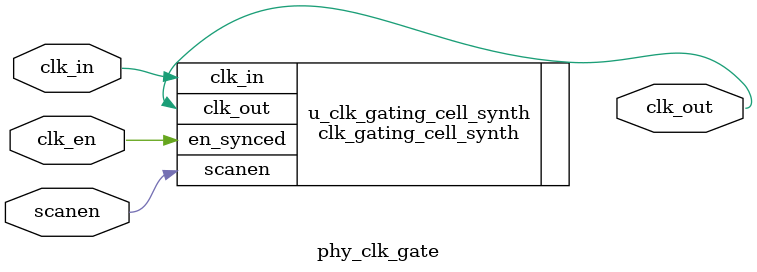
<source format=v>
 
module phy_clk_gate (

  input       clk_in,
  input       clk_en,
  input       scanen,
  output      clk_out
  
);
  
//  reg     latch_enabled;
//  
//  // Bypass latch if scan testing
//  wire    enable;
//  assign  enable  = clk_en || scanen;
//  
//  always@(clk_in or enable)
//  begin
//    if (~clk_in)
//      latch_enabled  <=  enable;
//  end
//  
//  assign  clk_out = clk_in && latch_enabled;

clk_gating_cell_synth u_clk_gating_cell_synth(
    .clk_in       (clk_in),
    .en_synced    (clk_en),
    .scanen       (scanen),
    .clk_out      (clk_out)
);

endmodule

</source>
